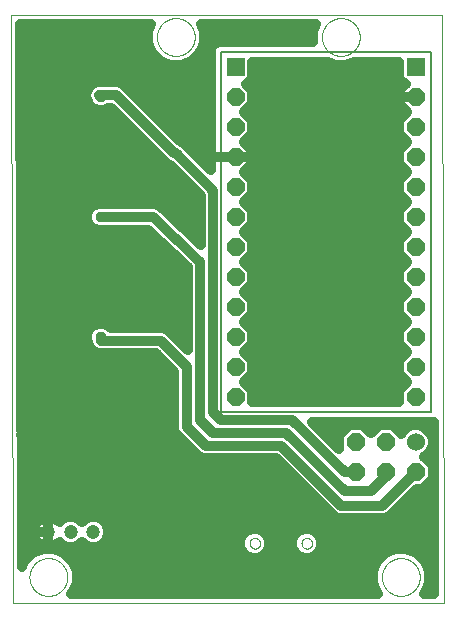
<source format=gbl>
G75*
%MOIN*%
%OFA0B0*%
%FSLAX25Y25*%
%IPPOS*%
%LPD*%
%AMOC8*
5,1,8,0,0,1.08239X$1,22.5*
%
%ADD10C,0.00000*%
%ADD11C,0.00500*%
%ADD12R,0.05906X0.05906*%
%ADD13OC8,0.05906*%
%ADD14C,0.06000*%
%ADD15OC8,0.06000*%
%ADD16C,0.04724*%
%ADD17C,0.03762*%
%ADD18C,0.03200*%
D10*
X0004925Y0005550D02*
X0004300Y0201761D01*
X0148001Y0201761D01*
X0148626Y0005550D01*
X0004925Y0005550D01*
X0010501Y0014300D02*
X0010503Y0014458D01*
X0010509Y0014616D01*
X0010519Y0014774D01*
X0010533Y0014932D01*
X0010551Y0015089D01*
X0010572Y0015246D01*
X0010598Y0015402D01*
X0010628Y0015558D01*
X0010661Y0015713D01*
X0010699Y0015866D01*
X0010740Y0016019D01*
X0010785Y0016171D01*
X0010834Y0016322D01*
X0010887Y0016471D01*
X0010943Y0016619D01*
X0011003Y0016765D01*
X0011067Y0016910D01*
X0011135Y0017053D01*
X0011206Y0017195D01*
X0011280Y0017335D01*
X0011358Y0017472D01*
X0011440Y0017608D01*
X0011524Y0017742D01*
X0011613Y0017873D01*
X0011704Y0018002D01*
X0011799Y0018129D01*
X0011896Y0018254D01*
X0011997Y0018376D01*
X0012101Y0018495D01*
X0012208Y0018612D01*
X0012318Y0018726D01*
X0012431Y0018837D01*
X0012546Y0018946D01*
X0012664Y0019051D01*
X0012785Y0019153D01*
X0012908Y0019253D01*
X0013034Y0019349D01*
X0013162Y0019442D01*
X0013292Y0019532D01*
X0013425Y0019618D01*
X0013560Y0019702D01*
X0013696Y0019781D01*
X0013835Y0019858D01*
X0013976Y0019930D01*
X0014118Y0020000D01*
X0014262Y0020065D01*
X0014408Y0020127D01*
X0014555Y0020185D01*
X0014704Y0020240D01*
X0014854Y0020291D01*
X0015005Y0020338D01*
X0015157Y0020381D01*
X0015310Y0020420D01*
X0015465Y0020456D01*
X0015620Y0020487D01*
X0015776Y0020515D01*
X0015932Y0020539D01*
X0016089Y0020559D01*
X0016247Y0020575D01*
X0016404Y0020587D01*
X0016563Y0020595D01*
X0016721Y0020599D01*
X0016879Y0020599D01*
X0017037Y0020595D01*
X0017196Y0020587D01*
X0017353Y0020575D01*
X0017511Y0020559D01*
X0017668Y0020539D01*
X0017824Y0020515D01*
X0017980Y0020487D01*
X0018135Y0020456D01*
X0018290Y0020420D01*
X0018443Y0020381D01*
X0018595Y0020338D01*
X0018746Y0020291D01*
X0018896Y0020240D01*
X0019045Y0020185D01*
X0019192Y0020127D01*
X0019338Y0020065D01*
X0019482Y0020000D01*
X0019624Y0019930D01*
X0019765Y0019858D01*
X0019904Y0019781D01*
X0020040Y0019702D01*
X0020175Y0019618D01*
X0020308Y0019532D01*
X0020438Y0019442D01*
X0020566Y0019349D01*
X0020692Y0019253D01*
X0020815Y0019153D01*
X0020936Y0019051D01*
X0021054Y0018946D01*
X0021169Y0018837D01*
X0021282Y0018726D01*
X0021392Y0018612D01*
X0021499Y0018495D01*
X0021603Y0018376D01*
X0021704Y0018254D01*
X0021801Y0018129D01*
X0021896Y0018002D01*
X0021987Y0017873D01*
X0022076Y0017742D01*
X0022160Y0017608D01*
X0022242Y0017472D01*
X0022320Y0017335D01*
X0022394Y0017195D01*
X0022465Y0017053D01*
X0022533Y0016910D01*
X0022597Y0016765D01*
X0022657Y0016619D01*
X0022713Y0016471D01*
X0022766Y0016322D01*
X0022815Y0016171D01*
X0022860Y0016019D01*
X0022901Y0015866D01*
X0022939Y0015713D01*
X0022972Y0015558D01*
X0023002Y0015402D01*
X0023028Y0015246D01*
X0023049Y0015089D01*
X0023067Y0014932D01*
X0023081Y0014774D01*
X0023091Y0014616D01*
X0023097Y0014458D01*
X0023099Y0014300D01*
X0023097Y0014142D01*
X0023091Y0013984D01*
X0023081Y0013826D01*
X0023067Y0013668D01*
X0023049Y0013511D01*
X0023028Y0013354D01*
X0023002Y0013198D01*
X0022972Y0013042D01*
X0022939Y0012887D01*
X0022901Y0012734D01*
X0022860Y0012581D01*
X0022815Y0012429D01*
X0022766Y0012278D01*
X0022713Y0012129D01*
X0022657Y0011981D01*
X0022597Y0011835D01*
X0022533Y0011690D01*
X0022465Y0011547D01*
X0022394Y0011405D01*
X0022320Y0011265D01*
X0022242Y0011128D01*
X0022160Y0010992D01*
X0022076Y0010858D01*
X0021987Y0010727D01*
X0021896Y0010598D01*
X0021801Y0010471D01*
X0021704Y0010346D01*
X0021603Y0010224D01*
X0021499Y0010105D01*
X0021392Y0009988D01*
X0021282Y0009874D01*
X0021169Y0009763D01*
X0021054Y0009654D01*
X0020936Y0009549D01*
X0020815Y0009447D01*
X0020692Y0009347D01*
X0020566Y0009251D01*
X0020438Y0009158D01*
X0020308Y0009068D01*
X0020175Y0008982D01*
X0020040Y0008898D01*
X0019904Y0008819D01*
X0019765Y0008742D01*
X0019624Y0008670D01*
X0019482Y0008600D01*
X0019338Y0008535D01*
X0019192Y0008473D01*
X0019045Y0008415D01*
X0018896Y0008360D01*
X0018746Y0008309D01*
X0018595Y0008262D01*
X0018443Y0008219D01*
X0018290Y0008180D01*
X0018135Y0008144D01*
X0017980Y0008113D01*
X0017824Y0008085D01*
X0017668Y0008061D01*
X0017511Y0008041D01*
X0017353Y0008025D01*
X0017196Y0008013D01*
X0017037Y0008005D01*
X0016879Y0008001D01*
X0016721Y0008001D01*
X0016563Y0008005D01*
X0016404Y0008013D01*
X0016247Y0008025D01*
X0016089Y0008041D01*
X0015932Y0008061D01*
X0015776Y0008085D01*
X0015620Y0008113D01*
X0015465Y0008144D01*
X0015310Y0008180D01*
X0015157Y0008219D01*
X0015005Y0008262D01*
X0014854Y0008309D01*
X0014704Y0008360D01*
X0014555Y0008415D01*
X0014408Y0008473D01*
X0014262Y0008535D01*
X0014118Y0008600D01*
X0013976Y0008670D01*
X0013835Y0008742D01*
X0013696Y0008819D01*
X0013560Y0008898D01*
X0013425Y0008982D01*
X0013292Y0009068D01*
X0013162Y0009158D01*
X0013034Y0009251D01*
X0012908Y0009347D01*
X0012785Y0009447D01*
X0012664Y0009549D01*
X0012546Y0009654D01*
X0012431Y0009763D01*
X0012318Y0009874D01*
X0012208Y0009988D01*
X0012101Y0010105D01*
X0011997Y0010224D01*
X0011896Y0010346D01*
X0011799Y0010471D01*
X0011704Y0010598D01*
X0011613Y0010727D01*
X0011524Y0010858D01*
X0011440Y0010992D01*
X0011358Y0011128D01*
X0011280Y0011265D01*
X0011206Y0011405D01*
X0011135Y0011547D01*
X0011067Y0011690D01*
X0011003Y0011835D01*
X0010943Y0011981D01*
X0010887Y0012129D01*
X0010834Y0012278D01*
X0010785Y0012429D01*
X0010740Y0012581D01*
X0010699Y0012734D01*
X0010661Y0012887D01*
X0010628Y0013042D01*
X0010598Y0013198D01*
X0010572Y0013354D01*
X0010551Y0013511D01*
X0010533Y0013668D01*
X0010519Y0013826D01*
X0010509Y0013984D01*
X0010503Y0014142D01*
X0010501Y0014300D01*
X0083867Y0025550D02*
X0083869Y0025634D01*
X0083875Y0025717D01*
X0083885Y0025800D01*
X0083899Y0025883D01*
X0083916Y0025965D01*
X0083938Y0026046D01*
X0083963Y0026125D01*
X0083992Y0026204D01*
X0084025Y0026281D01*
X0084061Y0026356D01*
X0084101Y0026430D01*
X0084144Y0026502D01*
X0084191Y0026571D01*
X0084241Y0026638D01*
X0084294Y0026703D01*
X0084350Y0026765D01*
X0084408Y0026825D01*
X0084470Y0026882D01*
X0084534Y0026935D01*
X0084601Y0026986D01*
X0084670Y0027033D01*
X0084741Y0027078D01*
X0084814Y0027118D01*
X0084889Y0027155D01*
X0084966Y0027189D01*
X0085044Y0027219D01*
X0085123Y0027245D01*
X0085204Y0027268D01*
X0085286Y0027286D01*
X0085368Y0027301D01*
X0085451Y0027312D01*
X0085534Y0027319D01*
X0085618Y0027322D01*
X0085702Y0027321D01*
X0085785Y0027316D01*
X0085869Y0027307D01*
X0085951Y0027294D01*
X0086033Y0027278D01*
X0086114Y0027257D01*
X0086195Y0027233D01*
X0086273Y0027205D01*
X0086351Y0027173D01*
X0086427Y0027137D01*
X0086501Y0027098D01*
X0086573Y0027056D01*
X0086643Y0027010D01*
X0086711Y0026961D01*
X0086776Y0026909D01*
X0086839Y0026854D01*
X0086899Y0026796D01*
X0086957Y0026735D01*
X0087011Y0026671D01*
X0087063Y0026605D01*
X0087111Y0026537D01*
X0087156Y0026466D01*
X0087197Y0026393D01*
X0087236Y0026319D01*
X0087270Y0026243D01*
X0087301Y0026165D01*
X0087328Y0026086D01*
X0087352Y0026005D01*
X0087371Y0025924D01*
X0087387Y0025842D01*
X0087399Y0025759D01*
X0087407Y0025675D01*
X0087411Y0025592D01*
X0087411Y0025508D01*
X0087407Y0025425D01*
X0087399Y0025341D01*
X0087387Y0025258D01*
X0087371Y0025176D01*
X0087352Y0025095D01*
X0087328Y0025014D01*
X0087301Y0024935D01*
X0087270Y0024857D01*
X0087236Y0024781D01*
X0087197Y0024707D01*
X0087156Y0024634D01*
X0087111Y0024563D01*
X0087063Y0024495D01*
X0087011Y0024429D01*
X0086957Y0024365D01*
X0086899Y0024304D01*
X0086839Y0024246D01*
X0086776Y0024191D01*
X0086711Y0024139D01*
X0086643Y0024090D01*
X0086573Y0024044D01*
X0086501Y0024002D01*
X0086427Y0023963D01*
X0086351Y0023927D01*
X0086273Y0023895D01*
X0086195Y0023867D01*
X0086114Y0023843D01*
X0086033Y0023822D01*
X0085951Y0023806D01*
X0085869Y0023793D01*
X0085785Y0023784D01*
X0085702Y0023779D01*
X0085618Y0023778D01*
X0085534Y0023781D01*
X0085451Y0023788D01*
X0085368Y0023799D01*
X0085286Y0023814D01*
X0085204Y0023832D01*
X0085123Y0023855D01*
X0085044Y0023881D01*
X0084966Y0023911D01*
X0084889Y0023945D01*
X0084814Y0023982D01*
X0084741Y0024022D01*
X0084670Y0024067D01*
X0084601Y0024114D01*
X0084534Y0024165D01*
X0084470Y0024218D01*
X0084408Y0024275D01*
X0084350Y0024335D01*
X0084294Y0024397D01*
X0084241Y0024462D01*
X0084191Y0024529D01*
X0084144Y0024598D01*
X0084101Y0024670D01*
X0084061Y0024744D01*
X0084025Y0024819D01*
X0083992Y0024896D01*
X0083963Y0024975D01*
X0083938Y0025054D01*
X0083916Y0025135D01*
X0083899Y0025217D01*
X0083885Y0025300D01*
X0083875Y0025383D01*
X0083869Y0025466D01*
X0083867Y0025550D01*
X0101189Y0025550D02*
X0101191Y0025634D01*
X0101197Y0025717D01*
X0101207Y0025800D01*
X0101221Y0025883D01*
X0101238Y0025965D01*
X0101260Y0026046D01*
X0101285Y0026125D01*
X0101314Y0026204D01*
X0101347Y0026281D01*
X0101383Y0026356D01*
X0101423Y0026430D01*
X0101466Y0026502D01*
X0101513Y0026571D01*
X0101563Y0026638D01*
X0101616Y0026703D01*
X0101672Y0026765D01*
X0101730Y0026825D01*
X0101792Y0026882D01*
X0101856Y0026935D01*
X0101923Y0026986D01*
X0101992Y0027033D01*
X0102063Y0027078D01*
X0102136Y0027118D01*
X0102211Y0027155D01*
X0102288Y0027189D01*
X0102366Y0027219D01*
X0102445Y0027245D01*
X0102526Y0027268D01*
X0102608Y0027286D01*
X0102690Y0027301D01*
X0102773Y0027312D01*
X0102856Y0027319D01*
X0102940Y0027322D01*
X0103024Y0027321D01*
X0103107Y0027316D01*
X0103191Y0027307D01*
X0103273Y0027294D01*
X0103355Y0027278D01*
X0103436Y0027257D01*
X0103517Y0027233D01*
X0103595Y0027205D01*
X0103673Y0027173D01*
X0103749Y0027137D01*
X0103823Y0027098D01*
X0103895Y0027056D01*
X0103965Y0027010D01*
X0104033Y0026961D01*
X0104098Y0026909D01*
X0104161Y0026854D01*
X0104221Y0026796D01*
X0104279Y0026735D01*
X0104333Y0026671D01*
X0104385Y0026605D01*
X0104433Y0026537D01*
X0104478Y0026466D01*
X0104519Y0026393D01*
X0104558Y0026319D01*
X0104592Y0026243D01*
X0104623Y0026165D01*
X0104650Y0026086D01*
X0104674Y0026005D01*
X0104693Y0025924D01*
X0104709Y0025842D01*
X0104721Y0025759D01*
X0104729Y0025675D01*
X0104733Y0025592D01*
X0104733Y0025508D01*
X0104729Y0025425D01*
X0104721Y0025341D01*
X0104709Y0025258D01*
X0104693Y0025176D01*
X0104674Y0025095D01*
X0104650Y0025014D01*
X0104623Y0024935D01*
X0104592Y0024857D01*
X0104558Y0024781D01*
X0104519Y0024707D01*
X0104478Y0024634D01*
X0104433Y0024563D01*
X0104385Y0024495D01*
X0104333Y0024429D01*
X0104279Y0024365D01*
X0104221Y0024304D01*
X0104161Y0024246D01*
X0104098Y0024191D01*
X0104033Y0024139D01*
X0103965Y0024090D01*
X0103895Y0024044D01*
X0103823Y0024002D01*
X0103749Y0023963D01*
X0103673Y0023927D01*
X0103595Y0023895D01*
X0103517Y0023867D01*
X0103436Y0023843D01*
X0103355Y0023822D01*
X0103273Y0023806D01*
X0103191Y0023793D01*
X0103107Y0023784D01*
X0103024Y0023779D01*
X0102940Y0023778D01*
X0102856Y0023781D01*
X0102773Y0023788D01*
X0102690Y0023799D01*
X0102608Y0023814D01*
X0102526Y0023832D01*
X0102445Y0023855D01*
X0102366Y0023881D01*
X0102288Y0023911D01*
X0102211Y0023945D01*
X0102136Y0023982D01*
X0102063Y0024022D01*
X0101992Y0024067D01*
X0101923Y0024114D01*
X0101856Y0024165D01*
X0101792Y0024218D01*
X0101730Y0024275D01*
X0101672Y0024335D01*
X0101616Y0024397D01*
X0101563Y0024462D01*
X0101513Y0024529D01*
X0101466Y0024598D01*
X0101423Y0024670D01*
X0101383Y0024744D01*
X0101347Y0024819D01*
X0101314Y0024896D01*
X0101285Y0024975D01*
X0101260Y0025054D01*
X0101238Y0025135D01*
X0101221Y0025217D01*
X0101207Y0025300D01*
X0101197Y0025383D01*
X0101191Y0025466D01*
X0101189Y0025550D01*
X0128001Y0014300D02*
X0128003Y0014458D01*
X0128009Y0014616D01*
X0128019Y0014774D01*
X0128033Y0014932D01*
X0128051Y0015089D01*
X0128072Y0015246D01*
X0128098Y0015402D01*
X0128128Y0015558D01*
X0128161Y0015713D01*
X0128199Y0015866D01*
X0128240Y0016019D01*
X0128285Y0016171D01*
X0128334Y0016322D01*
X0128387Y0016471D01*
X0128443Y0016619D01*
X0128503Y0016765D01*
X0128567Y0016910D01*
X0128635Y0017053D01*
X0128706Y0017195D01*
X0128780Y0017335D01*
X0128858Y0017472D01*
X0128940Y0017608D01*
X0129024Y0017742D01*
X0129113Y0017873D01*
X0129204Y0018002D01*
X0129299Y0018129D01*
X0129396Y0018254D01*
X0129497Y0018376D01*
X0129601Y0018495D01*
X0129708Y0018612D01*
X0129818Y0018726D01*
X0129931Y0018837D01*
X0130046Y0018946D01*
X0130164Y0019051D01*
X0130285Y0019153D01*
X0130408Y0019253D01*
X0130534Y0019349D01*
X0130662Y0019442D01*
X0130792Y0019532D01*
X0130925Y0019618D01*
X0131060Y0019702D01*
X0131196Y0019781D01*
X0131335Y0019858D01*
X0131476Y0019930D01*
X0131618Y0020000D01*
X0131762Y0020065D01*
X0131908Y0020127D01*
X0132055Y0020185D01*
X0132204Y0020240D01*
X0132354Y0020291D01*
X0132505Y0020338D01*
X0132657Y0020381D01*
X0132810Y0020420D01*
X0132965Y0020456D01*
X0133120Y0020487D01*
X0133276Y0020515D01*
X0133432Y0020539D01*
X0133589Y0020559D01*
X0133747Y0020575D01*
X0133904Y0020587D01*
X0134063Y0020595D01*
X0134221Y0020599D01*
X0134379Y0020599D01*
X0134537Y0020595D01*
X0134696Y0020587D01*
X0134853Y0020575D01*
X0135011Y0020559D01*
X0135168Y0020539D01*
X0135324Y0020515D01*
X0135480Y0020487D01*
X0135635Y0020456D01*
X0135790Y0020420D01*
X0135943Y0020381D01*
X0136095Y0020338D01*
X0136246Y0020291D01*
X0136396Y0020240D01*
X0136545Y0020185D01*
X0136692Y0020127D01*
X0136838Y0020065D01*
X0136982Y0020000D01*
X0137124Y0019930D01*
X0137265Y0019858D01*
X0137404Y0019781D01*
X0137540Y0019702D01*
X0137675Y0019618D01*
X0137808Y0019532D01*
X0137938Y0019442D01*
X0138066Y0019349D01*
X0138192Y0019253D01*
X0138315Y0019153D01*
X0138436Y0019051D01*
X0138554Y0018946D01*
X0138669Y0018837D01*
X0138782Y0018726D01*
X0138892Y0018612D01*
X0138999Y0018495D01*
X0139103Y0018376D01*
X0139204Y0018254D01*
X0139301Y0018129D01*
X0139396Y0018002D01*
X0139487Y0017873D01*
X0139576Y0017742D01*
X0139660Y0017608D01*
X0139742Y0017472D01*
X0139820Y0017335D01*
X0139894Y0017195D01*
X0139965Y0017053D01*
X0140033Y0016910D01*
X0140097Y0016765D01*
X0140157Y0016619D01*
X0140213Y0016471D01*
X0140266Y0016322D01*
X0140315Y0016171D01*
X0140360Y0016019D01*
X0140401Y0015866D01*
X0140439Y0015713D01*
X0140472Y0015558D01*
X0140502Y0015402D01*
X0140528Y0015246D01*
X0140549Y0015089D01*
X0140567Y0014932D01*
X0140581Y0014774D01*
X0140591Y0014616D01*
X0140597Y0014458D01*
X0140599Y0014300D01*
X0140597Y0014142D01*
X0140591Y0013984D01*
X0140581Y0013826D01*
X0140567Y0013668D01*
X0140549Y0013511D01*
X0140528Y0013354D01*
X0140502Y0013198D01*
X0140472Y0013042D01*
X0140439Y0012887D01*
X0140401Y0012734D01*
X0140360Y0012581D01*
X0140315Y0012429D01*
X0140266Y0012278D01*
X0140213Y0012129D01*
X0140157Y0011981D01*
X0140097Y0011835D01*
X0140033Y0011690D01*
X0139965Y0011547D01*
X0139894Y0011405D01*
X0139820Y0011265D01*
X0139742Y0011128D01*
X0139660Y0010992D01*
X0139576Y0010858D01*
X0139487Y0010727D01*
X0139396Y0010598D01*
X0139301Y0010471D01*
X0139204Y0010346D01*
X0139103Y0010224D01*
X0138999Y0010105D01*
X0138892Y0009988D01*
X0138782Y0009874D01*
X0138669Y0009763D01*
X0138554Y0009654D01*
X0138436Y0009549D01*
X0138315Y0009447D01*
X0138192Y0009347D01*
X0138066Y0009251D01*
X0137938Y0009158D01*
X0137808Y0009068D01*
X0137675Y0008982D01*
X0137540Y0008898D01*
X0137404Y0008819D01*
X0137265Y0008742D01*
X0137124Y0008670D01*
X0136982Y0008600D01*
X0136838Y0008535D01*
X0136692Y0008473D01*
X0136545Y0008415D01*
X0136396Y0008360D01*
X0136246Y0008309D01*
X0136095Y0008262D01*
X0135943Y0008219D01*
X0135790Y0008180D01*
X0135635Y0008144D01*
X0135480Y0008113D01*
X0135324Y0008085D01*
X0135168Y0008061D01*
X0135011Y0008041D01*
X0134853Y0008025D01*
X0134696Y0008013D01*
X0134537Y0008005D01*
X0134379Y0008001D01*
X0134221Y0008001D01*
X0134063Y0008005D01*
X0133904Y0008013D01*
X0133747Y0008025D01*
X0133589Y0008041D01*
X0133432Y0008061D01*
X0133276Y0008085D01*
X0133120Y0008113D01*
X0132965Y0008144D01*
X0132810Y0008180D01*
X0132657Y0008219D01*
X0132505Y0008262D01*
X0132354Y0008309D01*
X0132204Y0008360D01*
X0132055Y0008415D01*
X0131908Y0008473D01*
X0131762Y0008535D01*
X0131618Y0008600D01*
X0131476Y0008670D01*
X0131335Y0008742D01*
X0131196Y0008819D01*
X0131060Y0008898D01*
X0130925Y0008982D01*
X0130792Y0009068D01*
X0130662Y0009158D01*
X0130534Y0009251D01*
X0130408Y0009347D01*
X0130285Y0009447D01*
X0130164Y0009549D01*
X0130046Y0009654D01*
X0129931Y0009763D01*
X0129818Y0009874D01*
X0129708Y0009988D01*
X0129601Y0010105D01*
X0129497Y0010224D01*
X0129396Y0010346D01*
X0129299Y0010471D01*
X0129204Y0010598D01*
X0129113Y0010727D01*
X0129024Y0010858D01*
X0128940Y0010992D01*
X0128858Y0011128D01*
X0128780Y0011265D01*
X0128706Y0011405D01*
X0128635Y0011547D01*
X0128567Y0011690D01*
X0128503Y0011835D01*
X0128443Y0011981D01*
X0128387Y0012129D01*
X0128334Y0012278D01*
X0128285Y0012429D01*
X0128240Y0012581D01*
X0128199Y0012734D01*
X0128161Y0012887D01*
X0128128Y0013042D01*
X0128098Y0013198D01*
X0128072Y0013354D01*
X0128051Y0013511D01*
X0128033Y0013668D01*
X0128019Y0013826D01*
X0128009Y0013984D01*
X0128003Y0014142D01*
X0128001Y0014300D01*
X0108001Y0194300D02*
X0108003Y0194458D01*
X0108009Y0194616D01*
X0108019Y0194774D01*
X0108033Y0194932D01*
X0108051Y0195089D01*
X0108072Y0195246D01*
X0108098Y0195402D01*
X0108128Y0195558D01*
X0108161Y0195713D01*
X0108199Y0195866D01*
X0108240Y0196019D01*
X0108285Y0196171D01*
X0108334Y0196322D01*
X0108387Y0196471D01*
X0108443Y0196619D01*
X0108503Y0196765D01*
X0108567Y0196910D01*
X0108635Y0197053D01*
X0108706Y0197195D01*
X0108780Y0197335D01*
X0108858Y0197472D01*
X0108940Y0197608D01*
X0109024Y0197742D01*
X0109113Y0197873D01*
X0109204Y0198002D01*
X0109299Y0198129D01*
X0109396Y0198254D01*
X0109497Y0198376D01*
X0109601Y0198495D01*
X0109708Y0198612D01*
X0109818Y0198726D01*
X0109931Y0198837D01*
X0110046Y0198946D01*
X0110164Y0199051D01*
X0110285Y0199153D01*
X0110408Y0199253D01*
X0110534Y0199349D01*
X0110662Y0199442D01*
X0110792Y0199532D01*
X0110925Y0199618D01*
X0111060Y0199702D01*
X0111196Y0199781D01*
X0111335Y0199858D01*
X0111476Y0199930D01*
X0111618Y0200000D01*
X0111762Y0200065D01*
X0111908Y0200127D01*
X0112055Y0200185D01*
X0112204Y0200240D01*
X0112354Y0200291D01*
X0112505Y0200338D01*
X0112657Y0200381D01*
X0112810Y0200420D01*
X0112965Y0200456D01*
X0113120Y0200487D01*
X0113276Y0200515D01*
X0113432Y0200539D01*
X0113589Y0200559D01*
X0113747Y0200575D01*
X0113904Y0200587D01*
X0114063Y0200595D01*
X0114221Y0200599D01*
X0114379Y0200599D01*
X0114537Y0200595D01*
X0114696Y0200587D01*
X0114853Y0200575D01*
X0115011Y0200559D01*
X0115168Y0200539D01*
X0115324Y0200515D01*
X0115480Y0200487D01*
X0115635Y0200456D01*
X0115790Y0200420D01*
X0115943Y0200381D01*
X0116095Y0200338D01*
X0116246Y0200291D01*
X0116396Y0200240D01*
X0116545Y0200185D01*
X0116692Y0200127D01*
X0116838Y0200065D01*
X0116982Y0200000D01*
X0117124Y0199930D01*
X0117265Y0199858D01*
X0117404Y0199781D01*
X0117540Y0199702D01*
X0117675Y0199618D01*
X0117808Y0199532D01*
X0117938Y0199442D01*
X0118066Y0199349D01*
X0118192Y0199253D01*
X0118315Y0199153D01*
X0118436Y0199051D01*
X0118554Y0198946D01*
X0118669Y0198837D01*
X0118782Y0198726D01*
X0118892Y0198612D01*
X0118999Y0198495D01*
X0119103Y0198376D01*
X0119204Y0198254D01*
X0119301Y0198129D01*
X0119396Y0198002D01*
X0119487Y0197873D01*
X0119576Y0197742D01*
X0119660Y0197608D01*
X0119742Y0197472D01*
X0119820Y0197335D01*
X0119894Y0197195D01*
X0119965Y0197053D01*
X0120033Y0196910D01*
X0120097Y0196765D01*
X0120157Y0196619D01*
X0120213Y0196471D01*
X0120266Y0196322D01*
X0120315Y0196171D01*
X0120360Y0196019D01*
X0120401Y0195866D01*
X0120439Y0195713D01*
X0120472Y0195558D01*
X0120502Y0195402D01*
X0120528Y0195246D01*
X0120549Y0195089D01*
X0120567Y0194932D01*
X0120581Y0194774D01*
X0120591Y0194616D01*
X0120597Y0194458D01*
X0120599Y0194300D01*
X0120597Y0194142D01*
X0120591Y0193984D01*
X0120581Y0193826D01*
X0120567Y0193668D01*
X0120549Y0193511D01*
X0120528Y0193354D01*
X0120502Y0193198D01*
X0120472Y0193042D01*
X0120439Y0192887D01*
X0120401Y0192734D01*
X0120360Y0192581D01*
X0120315Y0192429D01*
X0120266Y0192278D01*
X0120213Y0192129D01*
X0120157Y0191981D01*
X0120097Y0191835D01*
X0120033Y0191690D01*
X0119965Y0191547D01*
X0119894Y0191405D01*
X0119820Y0191265D01*
X0119742Y0191128D01*
X0119660Y0190992D01*
X0119576Y0190858D01*
X0119487Y0190727D01*
X0119396Y0190598D01*
X0119301Y0190471D01*
X0119204Y0190346D01*
X0119103Y0190224D01*
X0118999Y0190105D01*
X0118892Y0189988D01*
X0118782Y0189874D01*
X0118669Y0189763D01*
X0118554Y0189654D01*
X0118436Y0189549D01*
X0118315Y0189447D01*
X0118192Y0189347D01*
X0118066Y0189251D01*
X0117938Y0189158D01*
X0117808Y0189068D01*
X0117675Y0188982D01*
X0117540Y0188898D01*
X0117404Y0188819D01*
X0117265Y0188742D01*
X0117124Y0188670D01*
X0116982Y0188600D01*
X0116838Y0188535D01*
X0116692Y0188473D01*
X0116545Y0188415D01*
X0116396Y0188360D01*
X0116246Y0188309D01*
X0116095Y0188262D01*
X0115943Y0188219D01*
X0115790Y0188180D01*
X0115635Y0188144D01*
X0115480Y0188113D01*
X0115324Y0188085D01*
X0115168Y0188061D01*
X0115011Y0188041D01*
X0114853Y0188025D01*
X0114696Y0188013D01*
X0114537Y0188005D01*
X0114379Y0188001D01*
X0114221Y0188001D01*
X0114063Y0188005D01*
X0113904Y0188013D01*
X0113747Y0188025D01*
X0113589Y0188041D01*
X0113432Y0188061D01*
X0113276Y0188085D01*
X0113120Y0188113D01*
X0112965Y0188144D01*
X0112810Y0188180D01*
X0112657Y0188219D01*
X0112505Y0188262D01*
X0112354Y0188309D01*
X0112204Y0188360D01*
X0112055Y0188415D01*
X0111908Y0188473D01*
X0111762Y0188535D01*
X0111618Y0188600D01*
X0111476Y0188670D01*
X0111335Y0188742D01*
X0111196Y0188819D01*
X0111060Y0188898D01*
X0110925Y0188982D01*
X0110792Y0189068D01*
X0110662Y0189158D01*
X0110534Y0189251D01*
X0110408Y0189347D01*
X0110285Y0189447D01*
X0110164Y0189549D01*
X0110046Y0189654D01*
X0109931Y0189763D01*
X0109818Y0189874D01*
X0109708Y0189988D01*
X0109601Y0190105D01*
X0109497Y0190224D01*
X0109396Y0190346D01*
X0109299Y0190471D01*
X0109204Y0190598D01*
X0109113Y0190727D01*
X0109024Y0190858D01*
X0108940Y0190992D01*
X0108858Y0191128D01*
X0108780Y0191265D01*
X0108706Y0191405D01*
X0108635Y0191547D01*
X0108567Y0191690D01*
X0108503Y0191835D01*
X0108443Y0191981D01*
X0108387Y0192129D01*
X0108334Y0192278D01*
X0108285Y0192429D01*
X0108240Y0192581D01*
X0108199Y0192734D01*
X0108161Y0192887D01*
X0108128Y0193042D01*
X0108098Y0193198D01*
X0108072Y0193354D01*
X0108051Y0193511D01*
X0108033Y0193668D01*
X0108019Y0193826D01*
X0108009Y0193984D01*
X0108003Y0194142D01*
X0108001Y0194300D01*
X0053001Y0194300D02*
X0053003Y0194458D01*
X0053009Y0194616D01*
X0053019Y0194774D01*
X0053033Y0194932D01*
X0053051Y0195089D01*
X0053072Y0195246D01*
X0053098Y0195402D01*
X0053128Y0195558D01*
X0053161Y0195713D01*
X0053199Y0195866D01*
X0053240Y0196019D01*
X0053285Y0196171D01*
X0053334Y0196322D01*
X0053387Y0196471D01*
X0053443Y0196619D01*
X0053503Y0196765D01*
X0053567Y0196910D01*
X0053635Y0197053D01*
X0053706Y0197195D01*
X0053780Y0197335D01*
X0053858Y0197472D01*
X0053940Y0197608D01*
X0054024Y0197742D01*
X0054113Y0197873D01*
X0054204Y0198002D01*
X0054299Y0198129D01*
X0054396Y0198254D01*
X0054497Y0198376D01*
X0054601Y0198495D01*
X0054708Y0198612D01*
X0054818Y0198726D01*
X0054931Y0198837D01*
X0055046Y0198946D01*
X0055164Y0199051D01*
X0055285Y0199153D01*
X0055408Y0199253D01*
X0055534Y0199349D01*
X0055662Y0199442D01*
X0055792Y0199532D01*
X0055925Y0199618D01*
X0056060Y0199702D01*
X0056196Y0199781D01*
X0056335Y0199858D01*
X0056476Y0199930D01*
X0056618Y0200000D01*
X0056762Y0200065D01*
X0056908Y0200127D01*
X0057055Y0200185D01*
X0057204Y0200240D01*
X0057354Y0200291D01*
X0057505Y0200338D01*
X0057657Y0200381D01*
X0057810Y0200420D01*
X0057965Y0200456D01*
X0058120Y0200487D01*
X0058276Y0200515D01*
X0058432Y0200539D01*
X0058589Y0200559D01*
X0058747Y0200575D01*
X0058904Y0200587D01*
X0059063Y0200595D01*
X0059221Y0200599D01*
X0059379Y0200599D01*
X0059537Y0200595D01*
X0059696Y0200587D01*
X0059853Y0200575D01*
X0060011Y0200559D01*
X0060168Y0200539D01*
X0060324Y0200515D01*
X0060480Y0200487D01*
X0060635Y0200456D01*
X0060790Y0200420D01*
X0060943Y0200381D01*
X0061095Y0200338D01*
X0061246Y0200291D01*
X0061396Y0200240D01*
X0061545Y0200185D01*
X0061692Y0200127D01*
X0061838Y0200065D01*
X0061982Y0200000D01*
X0062124Y0199930D01*
X0062265Y0199858D01*
X0062404Y0199781D01*
X0062540Y0199702D01*
X0062675Y0199618D01*
X0062808Y0199532D01*
X0062938Y0199442D01*
X0063066Y0199349D01*
X0063192Y0199253D01*
X0063315Y0199153D01*
X0063436Y0199051D01*
X0063554Y0198946D01*
X0063669Y0198837D01*
X0063782Y0198726D01*
X0063892Y0198612D01*
X0063999Y0198495D01*
X0064103Y0198376D01*
X0064204Y0198254D01*
X0064301Y0198129D01*
X0064396Y0198002D01*
X0064487Y0197873D01*
X0064576Y0197742D01*
X0064660Y0197608D01*
X0064742Y0197472D01*
X0064820Y0197335D01*
X0064894Y0197195D01*
X0064965Y0197053D01*
X0065033Y0196910D01*
X0065097Y0196765D01*
X0065157Y0196619D01*
X0065213Y0196471D01*
X0065266Y0196322D01*
X0065315Y0196171D01*
X0065360Y0196019D01*
X0065401Y0195866D01*
X0065439Y0195713D01*
X0065472Y0195558D01*
X0065502Y0195402D01*
X0065528Y0195246D01*
X0065549Y0195089D01*
X0065567Y0194932D01*
X0065581Y0194774D01*
X0065591Y0194616D01*
X0065597Y0194458D01*
X0065599Y0194300D01*
X0065597Y0194142D01*
X0065591Y0193984D01*
X0065581Y0193826D01*
X0065567Y0193668D01*
X0065549Y0193511D01*
X0065528Y0193354D01*
X0065502Y0193198D01*
X0065472Y0193042D01*
X0065439Y0192887D01*
X0065401Y0192734D01*
X0065360Y0192581D01*
X0065315Y0192429D01*
X0065266Y0192278D01*
X0065213Y0192129D01*
X0065157Y0191981D01*
X0065097Y0191835D01*
X0065033Y0191690D01*
X0064965Y0191547D01*
X0064894Y0191405D01*
X0064820Y0191265D01*
X0064742Y0191128D01*
X0064660Y0190992D01*
X0064576Y0190858D01*
X0064487Y0190727D01*
X0064396Y0190598D01*
X0064301Y0190471D01*
X0064204Y0190346D01*
X0064103Y0190224D01*
X0063999Y0190105D01*
X0063892Y0189988D01*
X0063782Y0189874D01*
X0063669Y0189763D01*
X0063554Y0189654D01*
X0063436Y0189549D01*
X0063315Y0189447D01*
X0063192Y0189347D01*
X0063066Y0189251D01*
X0062938Y0189158D01*
X0062808Y0189068D01*
X0062675Y0188982D01*
X0062540Y0188898D01*
X0062404Y0188819D01*
X0062265Y0188742D01*
X0062124Y0188670D01*
X0061982Y0188600D01*
X0061838Y0188535D01*
X0061692Y0188473D01*
X0061545Y0188415D01*
X0061396Y0188360D01*
X0061246Y0188309D01*
X0061095Y0188262D01*
X0060943Y0188219D01*
X0060790Y0188180D01*
X0060635Y0188144D01*
X0060480Y0188113D01*
X0060324Y0188085D01*
X0060168Y0188061D01*
X0060011Y0188041D01*
X0059853Y0188025D01*
X0059696Y0188013D01*
X0059537Y0188005D01*
X0059379Y0188001D01*
X0059221Y0188001D01*
X0059063Y0188005D01*
X0058904Y0188013D01*
X0058747Y0188025D01*
X0058589Y0188041D01*
X0058432Y0188061D01*
X0058276Y0188085D01*
X0058120Y0188113D01*
X0057965Y0188144D01*
X0057810Y0188180D01*
X0057657Y0188219D01*
X0057505Y0188262D01*
X0057354Y0188309D01*
X0057204Y0188360D01*
X0057055Y0188415D01*
X0056908Y0188473D01*
X0056762Y0188535D01*
X0056618Y0188600D01*
X0056476Y0188670D01*
X0056335Y0188742D01*
X0056196Y0188819D01*
X0056060Y0188898D01*
X0055925Y0188982D01*
X0055792Y0189068D01*
X0055662Y0189158D01*
X0055534Y0189251D01*
X0055408Y0189347D01*
X0055285Y0189447D01*
X0055164Y0189549D01*
X0055046Y0189654D01*
X0054931Y0189763D01*
X0054818Y0189874D01*
X0054708Y0189988D01*
X0054601Y0190105D01*
X0054497Y0190224D01*
X0054396Y0190346D01*
X0054299Y0190471D01*
X0054204Y0190598D01*
X0054113Y0190727D01*
X0054024Y0190858D01*
X0053940Y0190992D01*
X0053858Y0191128D01*
X0053780Y0191265D01*
X0053706Y0191405D01*
X0053635Y0191547D01*
X0053567Y0191690D01*
X0053503Y0191835D01*
X0053443Y0191981D01*
X0053387Y0192129D01*
X0053334Y0192278D01*
X0053285Y0192429D01*
X0053240Y0192581D01*
X0053199Y0192734D01*
X0053161Y0192887D01*
X0053128Y0193042D01*
X0053098Y0193198D01*
X0053072Y0193354D01*
X0053051Y0193511D01*
X0053033Y0193668D01*
X0053019Y0193826D01*
X0053009Y0193984D01*
X0053003Y0194142D01*
X0053001Y0194300D01*
D11*
X0074300Y0189300D02*
X0074300Y0069300D01*
X0144300Y0069300D01*
X0144300Y0189300D01*
X0074300Y0189300D01*
D12*
X0079300Y0184300D03*
X0139300Y0184300D03*
D13*
X0139300Y0174300D03*
X0139300Y0164300D03*
X0139300Y0154300D03*
X0139300Y0144300D03*
X0139300Y0134300D03*
X0139300Y0124300D03*
X0139300Y0114300D03*
X0139300Y0104300D03*
X0139300Y0094300D03*
X0139300Y0084300D03*
X0139300Y0074300D03*
X0079300Y0074300D03*
X0079300Y0084300D03*
X0079300Y0094300D03*
X0079300Y0104300D03*
X0079300Y0114300D03*
X0079300Y0124300D03*
X0079300Y0134300D03*
X0079300Y0144300D03*
X0079300Y0154300D03*
X0079300Y0164300D03*
X0079300Y0174300D03*
D14*
X0139300Y0059300D03*
D15*
X0139300Y0049300D03*
X0129300Y0049300D03*
X0129300Y0059300D03*
X0119300Y0059300D03*
X0119300Y0049300D03*
D16*
X0031800Y0029300D03*
X0024300Y0029300D03*
X0016800Y0029300D03*
D17*
X0033050Y0056800D03*
X0034300Y0094300D03*
X0050550Y0110550D03*
X0034300Y0134300D03*
X0048050Y0150550D03*
X0034300Y0174300D03*
X0014300Y0193050D03*
X0124300Y0029300D03*
X0053050Y0019300D03*
D18*
X0036007Y0026489D02*
X0036762Y0028313D01*
X0036762Y0030287D01*
X0036007Y0032111D01*
X0034611Y0033507D01*
X0032787Y0034262D01*
X0030813Y0034262D01*
X0028989Y0033507D01*
X0028050Y0032568D01*
X0027111Y0033507D01*
X0025287Y0034262D01*
X0023313Y0034262D01*
X0021489Y0033507D01*
X0020550Y0032568D01*
X0020033Y0033085D01*
X0019401Y0033544D01*
X0018705Y0033899D01*
X0017962Y0034140D01*
X0017191Y0034262D01*
X0016800Y0034262D01*
X0016800Y0029300D01*
X0016800Y0029300D01*
X0016800Y0034262D01*
X0016409Y0034262D01*
X0015638Y0034140D01*
X0014895Y0033899D01*
X0014199Y0033544D01*
X0013567Y0033085D01*
X0013015Y0032533D01*
X0012556Y0031901D01*
X0012201Y0031205D01*
X0011960Y0030462D01*
X0011838Y0029691D01*
X0011838Y0029300D01*
X0011838Y0028909D01*
X0011960Y0028138D01*
X0012201Y0027395D01*
X0012556Y0026699D01*
X0013015Y0026067D01*
X0013567Y0025515D01*
X0014199Y0025056D01*
X0014895Y0024701D01*
X0015638Y0024460D01*
X0016409Y0024338D01*
X0016800Y0024338D01*
X0017191Y0024338D01*
X0017962Y0024460D01*
X0018705Y0024701D01*
X0019401Y0025056D01*
X0020033Y0025515D01*
X0020550Y0026032D01*
X0021489Y0025093D01*
X0023313Y0024338D01*
X0025287Y0024338D01*
X0027111Y0025093D01*
X0028050Y0026032D01*
X0028989Y0025093D01*
X0030813Y0024338D01*
X0032787Y0024338D01*
X0034611Y0025093D01*
X0036007Y0026489D01*
X0035949Y0026432D02*
X0080767Y0026432D01*
X0080767Y0026519D02*
X0080767Y0024581D01*
X0081509Y0022790D01*
X0082879Y0021420D01*
X0084670Y0020678D01*
X0086608Y0020678D01*
X0088398Y0021420D01*
X0089769Y0022790D01*
X0090510Y0024581D01*
X0090510Y0026519D01*
X0089769Y0028310D01*
X0088398Y0029680D01*
X0086608Y0030422D01*
X0084670Y0030422D01*
X0082879Y0029680D01*
X0081509Y0028310D01*
X0080767Y0026519D01*
X0081325Y0023233D02*
X0019795Y0023233D01*
X0018670Y0023699D02*
X0022124Y0022268D01*
X0024768Y0019624D01*
X0026199Y0016170D01*
X0026199Y0012430D01*
X0024768Y0008976D01*
X0024442Y0008650D01*
X0126658Y0008650D01*
X0126332Y0008976D01*
X0124901Y0012430D01*
X0124901Y0016170D01*
X0126332Y0019624D01*
X0128976Y0022268D01*
X0132430Y0023699D01*
X0136170Y0023699D01*
X0139624Y0022268D01*
X0142268Y0019624D01*
X0143699Y0016170D01*
X0143699Y0012430D01*
X0142268Y0008976D01*
X0141942Y0008650D01*
X0145516Y0008650D01*
X0145333Y0066102D01*
X0144966Y0065950D01*
X0104840Y0065950D01*
X0113700Y0057090D01*
X0113700Y0061620D01*
X0116980Y0064900D01*
X0121620Y0064900D01*
X0124300Y0062220D01*
X0126980Y0064900D01*
X0131620Y0064900D01*
X0134405Y0062115D01*
X0134553Y0062472D01*
X0136128Y0064047D01*
X0138186Y0064900D01*
X0140414Y0064900D01*
X0142472Y0064047D01*
X0144047Y0062472D01*
X0144900Y0060414D01*
X0144900Y0058186D01*
X0144047Y0056128D01*
X0142472Y0054553D01*
X0142115Y0054405D01*
X0144900Y0051620D01*
X0144900Y0046980D01*
X0141620Y0043700D01*
X0139640Y0043700D01*
X0131611Y0035671D01*
X0130429Y0034489D01*
X0128885Y0033850D01*
X0113465Y0033850D01*
X0111921Y0034489D01*
X0092560Y0053850D01*
X0068465Y0053850D01*
X0066921Y0054489D01*
X0065739Y0055671D01*
X0065739Y0055671D01*
X0060671Y0060739D01*
X0060671Y0060739D01*
X0059489Y0061921D01*
X0058850Y0063465D01*
X0058850Y0082560D01*
X0052560Y0088850D01*
X0033465Y0088850D01*
X0031921Y0089489D01*
X0030739Y0090671D01*
X0030100Y0092215D01*
X0030100Y0092730D01*
X0029819Y0093409D01*
X0029819Y0095191D01*
X0030501Y0096838D01*
X0031762Y0098099D01*
X0033409Y0098781D01*
X0035191Y0098781D01*
X0036838Y0098099D01*
X0037687Y0097250D01*
X0055135Y0097250D01*
X0056679Y0096611D01*
X0057861Y0095429D01*
X0057861Y0095429D01*
X0063225Y0090065D01*
X0063225Y0117510D01*
X0050110Y0130100D01*
X0035870Y0130100D01*
X0035191Y0129819D01*
X0033409Y0129819D01*
X0031762Y0130501D01*
X0030501Y0131762D01*
X0029819Y0133409D01*
X0029819Y0135191D01*
X0030501Y0136838D01*
X0031762Y0138099D01*
X0033409Y0138781D01*
X0035191Y0138781D01*
X0035870Y0138500D01*
X0051757Y0138500D01*
X0052550Y0138516D01*
X0052591Y0138500D01*
X0052635Y0138500D01*
X0053368Y0138197D01*
X0054106Y0137908D01*
X0054138Y0137878D01*
X0054179Y0137861D01*
X0054740Y0137300D01*
X0067600Y0124954D01*
X0067600Y0141310D01*
X0057332Y0151579D01*
X0056340Y0151989D01*
X0037560Y0170769D01*
X0037107Y0170769D01*
X0036838Y0170501D01*
X0035191Y0169819D01*
X0033409Y0169819D01*
X0031762Y0170501D01*
X0030501Y0171762D01*
X0030098Y0172734D01*
X0029999Y0172848D01*
X0029782Y0173499D01*
X0029519Y0174134D01*
X0029519Y0174287D01*
X0029471Y0174433D01*
X0029519Y0175118D01*
X0029519Y0175805D01*
X0029578Y0175946D01*
X0029589Y0176100D01*
X0029896Y0176714D01*
X0030159Y0177348D01*
X0030267Y0177457D01*
X0030336Y0177594D01*
X0030855Y0178044D01*
X0031340Y0178530D01*
X0031482Y0178589D01*
X0031598Y0178689D01*
X0032249Y0178906D01*
X0032884Y0179169D01*
X0033037Y0179169D01*
X0033183Y0179218D01*
X0033868Y0179169D01*
X0040135Y0179169D01*
X0041679Y0178530D01*
X0042861Y0177348D01*
X0060688Y0159521D01*
X0061679Y0159111D01*
X0062861Y0157929D01*
X0070950Y0149840D01*
X0070950Y0189966D01*
X0071460Y0191198D01*
X0072402Y0192140D01*
X0073634Y0192650D01*
X0104901Y0192650D01*
X0104901Y0196170D01*
X0105933Y0198661D01*
X0067667Y0198661D01*
X0068699Y0196170D01*
X0068699Y0192430D01*
X0067268Y0188976D01*
X0064624Y0186332D01*
X0061170Y0184901D01*
X0057430Y0184901D01*
X0053976Y0186332D01*
X0051332Y0188976D01*
X0049901Y0192430D01*
X0049901Y0196170D01*
X0050933Y0198661D01*
X0007410Y0198661D01*
X0007987Y0017584D01*
X0008832Y0019624D01*
X0011476Y0022268D01*
X0014930Y0023699D01*
X0018670Y0023699D01*
X0016800Y0024338D02*
X0016800Y0029300D01*
X0016800Y0029300D01*
X0016800Y0029300D01*
X0011838Y0029300D01*
X0016800Y0029300D01*
X0016800Y0024338D01*
X0016800Y0026432D02*
X0016800Y0026432D01*
X0016800Y0029630D02*
X0016800Y0029630D01*
X0016800Y0032829D02*
X0016800Y0032829D01*
X0020289Y0032829D02*
X0020811Y0032829D01*
X0013805Y0023233D02*
X0007969Y0023233D01*
X0007958Y0026432D02*
X0012750Y0026432D01*
X0011838Y0029630D02*
X0007948Y0029630D01*
X0007938Y0032829D02*
X0013311Y0032829D01*
X0007928Y0036027D02*
X0110383Y0036027D01*
X0107185Y0039226D02*
X0007918Y0039226D01*
X0007908Y0042424D02*
X0103986Y0042424D01*
X0100788Y0045623D02*
X0007897Y0045623D01*
X0007887Y0048821D02*
X0097589Y0048821D01*
X0094391Y0052020D02*
X0007877Y0052020D01*
X0007867Y0055218D02*
X0066192Y0055218D01*
X0069300Y0058050D02*
X0063050Y0064300D01*
X0063050Y0084300D01*
X0054300Y0093050D01*
X0034300Y0093050D01*
X0034300Y0094300D01*
X0030485Y0096799D02*
X0007734Y0096799D01*
X0007724Y0099997D02*
X0063225Y0099997D01*
X0063225Y0096799D02*
X0056225Y0096799D01*
X0059689Y0093600D02*
X0063225Y0093600D01*
X0063225Y0090402D02*
X0062888Y0090402D01*
X0057406Y0084005D02*
X0007775Y0084005D01*
X0007765Y0087203D02*
X0054207Y0087203D01*
X0058850Y0080806D02*
X0007785Y0080806D01*
X0007795Y0077608D02*
X0058850Y0077608D01*
X0058850Y0074409D02*
X0007806Y0074409D01*
X0007816Y0071211D02*
X0058850Y0071211D01*
X0058850Y0068012D02*
X0007826Y0068012D01*
X0007836Y0064814D02*
X0058850Y0064814D01*
X0059795Y0061615D02*
X0007846Y0061615D01*
X0007857Y0058417D02*
X0062994Y0058417D01*
X0069300Y0058050D02*
X0094300Y0058050D01*
X0114300Y0038050D01*
X0128050Y0038050D01*
X0139300Y0049300D01*
X0143542Y0045623D02*
X0145398Y0045623D01*
X0145408Y0042424D02*
X0138364Y0042424D01*
X0135165Y0039226D02*
X0145419Y0039226D01*
X0145429Y0036027D02*
X0131967Y0036027D01*
X0124300Y0043050D02*
X0115550Y0043050D01*
X0096175Y0062425D01*
X0071800Y0062425D01*
X0067425Y0066800D01*
X0067425Y0119300D01*
X0051800Y0134300D01*
X0034300Y0134300D01*
X0032439Y0138379D02*
X0007602Y0138379D01*
X0007592Y0141578D02*
X0067332Y0141578D01*
X0067600Y0138379D02*
X0052927Y0138379D01*
X0056947Y0135181D02*
X0067600Y0135181D01*
X0067600Y0131982D02*
X0060279Y0131982D01*
X0063611Y0128784D02*
X0067600Y0128784D01*
X0067600Y0125585D02*
X0066942Y0125585D01*
X0061477Y0119188D02*
X0007663Y0119188D01*
X0007653Y0122387D02*
X0058145Y0122387D01*
X0054813Y0125585D02*
X0007643Y0125585D01*
X0007632Y0128784D02*
X0051481Y0128784D01*
X0063225Y0115990D02*
X0007673Y0115990D01*
X0007683Y0112791D02*
X0063225Y0112791D01*
X0063225Y0109593D02*
X0007694Y0109593D01*
X0007704Y0106394D02*
X0063225Y0106394D01*
X0063225Y0103196D02*
X0007714Y0103196D01*
X0007745Y0093600D02*
X0029819Y0093600D01*
X0031009Y0090402D02*
X0007755Y0090402D01*
X0007622Y0131982D02*
X0030410Y0131982D01*
X0029819Y0135181D02*
X0007612Y0135181D01*
X0007582Y0144776D02*
X0064134Y0144776D01*
X0060935Y0147975D02*
X0007571Y0147975D01*
X0007561Y0151173D02*
X0057737Y0151173D01*
X0058719Y0155550D02*
X0039300Y0174969D01*
X0033719Y0174969D01*
X0034300Y0174300D01*
X0036509Y0170365D02*
X0037965Y0170365D01*
X0041164Y0167166D02*
X0007510Y0167166D01*
X0007500Y0170365D02*
X0032091Y0170365D01*
X0029756Y0173563D02*
X0007490Y0173563D01*
X0007480Y0176762D02*
X0029916Y0176762D01*
X0043447Y0176762D02*
X0070950Y0176762D01*
X0070950Y0173563D02*
X0046646Y0173563D01*
X0049844Y0170365D02*
X0070950Y0170365D01*
X0070950Y0167166D02*
X0053043Y0167166D01*
X0056241Y0163968D02*
X0070950Y0163968D01*
X0070950Y0160769D02*
X0059440Y0160769D01*
X0063219Y0157570D02*
X0070950Y0157570D01*
X0070950Y0154372D02*
X0066418Y0154372D01*
X0068050Y0154300D02*
X0079300Y0154300D01*
X0084853Y0154300D01*
X0084853Y0156600D01*
X0082153Y0159300D01*
X0084853Y0162000D01*
X0084853Y0166600D01*
X0082153Y0169300D01*
X0084853Y0172000D01*
X0084853Y0176600D01*
X0082705Y0178747D01*
X0082770Y0178747D01*
X0083726Y0179143D01*
X0084457Y0179874D01*
X0084853Y0180830D01*
X0084853Y0185950D01*
X0109897Y0185950D01*
X0112430Y0184901D01*
X0116170Y0184901D01*
X0118703Y0185950D01*
X0133747Y0185950D01*
X0133747Y0180830D01*
X0134143Y0179874D01*
X0134874Y0179143D01*
X0135830Y0178747D01*
X0135894Y0178747D01*
X0133747Y0176600D01*
X0133747Y0174300D01*
X0133747Y0172000D01*
X0136447Y0169300D01*
X0133747Y0166600D01*
X0133747Y0162000D01*
X0136447Y0159300D01*
X0133747Y0156600D01*
X0133747Y0152000D01*
X0136447Y0149300D01*
X0133747Y0146600D01*
X0133747Y0142000D01*
X0136447Y0139300D01*
X0133747Y0136600D01*
X0133747Y0132000D01*
X0136447Y0129300D01*
X0133747Y0126600D01*
X0133747Y0122000D01*
X0136447Y0119300D01*
X0133747Y0116600D01*
X0133747Y0112000D01*
X0136447Y0109300D01*
X0133747Y0106600D01*
X0133747Y0102000D01*
X0136447Y0099300D01*
X0133747Y0096600D01*
X0133747Y0092000D01*
X0136447Y0089300D01*
X0133747Y0086600D01*
X0133747Y0082000D01*
X0136447Y0079300D01*
X0133747Y0076600D01*
X0133747Y0072650D01*
X0084853Y0072650D01*
X0084853Y0076600D01*
X0082153Y0079300D01*
X0084853Y0082000D01*
X0084853Y0086600D01*
X0082153Y0089300D01*
X0084853Y0092000D01*
X0084853Y0096600D01*
X0082153Y0099300D01*
X0084853Y0102000D01*
X0084853Y0106600D01*
X0082153Y0109300D01*
X0084853Y0112000D01*
X0084853Y0116600D01*
X0082153Y0119300D01*
X0084853Y0122000D01*
X0084853Y0126600D01*
X0082153Y0129300D01*
X0084853Y0132000D01*
X0084853Y0136600D01*
X0082153Y0139300D01*
X0084853Y0142000D01*
X0084853Y0146600D01*
X0082153Y0149300D01*
X0084853Y0152000D01*
X0084853Y0154300D01*
X0079300Y0154300D01*
X0079300Y0154300D01*
X0084853Y0154372D02*
X0133747Y0154372D01*
X0134718Y0157570D02*
X0083882Y0157570D01*
X0083622Y0160769D02*
X0134978Y0160769D01*
X0133747Y0163968D02*
X0084853Y0163968D01*
X0084287Y0167166D02*
X0134313Y0167166D01*
X0135383Y0170365D02*
X0083217Y0170365D01*
X0084853Y0173563D02*
X0133747Y0173563D01*
X0133747Y0174300D02*
X0139300Y0174300D01*
X0139300Y0174300D01*
X0133747Y0174300D01*
X0133909Y0176762D02*
X0084691Y0176762D01*
X0084492Y0179960D02*
X0134108Y0179960D01*
X0133747Y0183159D02*
X0084853Y0183159D01*
X0070950Y0183159D02*
X0007459Y0183159D01*
X0007469Y0179960D02*
X0070950Y0179960D01*
X0070950Y0186357D02*
X0064650Y0186357D01*
X0067508Y0189556D02*
X0070950Y0189556D01*
X0068699Y0192754D02*
X0104901Y0192754D01*
X0104901Y0195953D02*
X0068699Y0195953D01*
X0053950Y0186357D02*
X0007449Y0186357D01*
X0007439Y0189556D02*
X0051092Y0189556D01*
X0049901Y0192754D02*
X0007429Y0192754D01*
X0007419Y0195953D02*
X0049901Y0195953D01*
X0044362Y0163968D02*
X0007520Y0163968D01*
X0007531Y0160769D02*
X0047561Y0160769D01*
X0050759Y0157570D02*
X0007541Y0157570D01*
X0007551Y0154372D02*
X0053958Y0154372D01*
X0058719Y0155550D02*
X0059300Y0155550D01*
X0071800Y0143050D01*
X0071800Y0069300D01*
X0074300Y0066800D01*
X0098050Y0066800D01*
X0115550Y0049300D01*
X0119300Y0049300D01*
X0124300Y0043050D02*
X0129300Y0048050D01*
X0129300Y0049300D01*
X0126894Y0064814D02*
X0121706Y0064814D01*
X0116894Y0064814D02*
X0105976Y0064814D01*
X0109175Y0061615D02*
X0113700Y0061615D01*
X0113700Y0058417D02*
X0112373Y0058417D01*
X0131706Y0064814D02*
X0137978Y0064814D01*
X0140622Y0064814D02*
X0145337Y0064814D01*
X0145347Y0061615D02*
X0144402Y0061615D01*
X0144900Y0058417D02*
X0145357Y0058417D01*
X0145368Y0055218D02*
X0143138Y0055218D01*
X0144500Y0052020D02*
X0145378Y0052020D01*
X0145388Y0048821D02*
X0144900Y0048821D01*
X0145439Y0032829D02*
X0035289Y0032829D01*
X0036762Y0029630D02*
X0082829Y0029630D01*
X0088448Y0029630D02*
X0100152Y0029630D01*
X0100202Y0029680D02*
X0098831Y0028310D01*
X0098090Y0026519D01*
X0098090Y0024581D01*
X0098831Y0022790D01*
X0100202Y0021420D01*
X0101992Y0020678D01*
X0103930Y0020678D01*
X0105721Y0021420D01*
X0107091Y0022790D01*
X0107833Y0024581D01*
X0107833Y0026519D01*
X0107091Y0028310D01*
X0105721Y0029680D01*
X0103930Y0030422D01*
X0101992Y0030422D01*
X0100202Y0029680D01*
X0098090Y0026432D02*
X0090510Y0026432D01*
X0089952Y0023233D02*
X0098648Y0023233D01*
X0105771Y0029630D02*
X0145449Y0029630D01*
X0145459Y0026432D02*
X0107833Y0026432D01*
X0107275Y0023233D02*
X0131305Y0023233D01*
X0126742Y0020034D02*
X0024358Y0020034D01*
X0025923Y0016836D02*
X0125177Y0016836D01*
X0124901Y0013637D02*
X0026199Y0013637D01*
X0025374Y0010439D02*
X0125726Y0010439D01*
X0137295Y0023233D02*
X0145469Y0023233D01*
X0145480Y0020034D02*
X0141858Y0020034D01*
X0143423Y0016836D02*
X0145490Y0016836D01*
X0145500Y0013637D02*
X0143699Y0013637D01*
X0142874Y0010439D02*
X0145510Y0010439D01*
X0133747Y0074409D02*
X0084853Y0074409D01*
X0083845Y0077608D02*
X0134755Y0077608D01*
X0134941Y0080806D02*
X0083659Y0080806D01*
X0084853Y0084005D02*
X0133747Y0084005D01*
X0134350Y0087203D02*
X0084250Y0087203D01*
X0083255Y0090402D02*
X0135345Y0090402D01*
X0133747Y0093600D02*
X0084853Y0093600D01*
X0084654Y0096799D02*
X0133946Y0096799D01*
X0135750Y0099997D02*
X0082850Y0099997D01*
X0084853Y0103196D02*
X0133747Y0103196D01*
X0133747Y0106394D02*
X0084853Y0106394D01*
X0082446Y0109593D02*
X0136154Y0109593D01*
X0133747Y0112791D02*
X0084853Y0112791D01*
X0084853Y0115990D02*
X0133747Y0115990D01*
X0136336Y0119188D02*
X0082264Y0119188D01*
X0084853Y0122387D02*
X0133747Y0122387D01*
X0133747Y0125585D02*
X0084853Y0125585D01*
X0082669Y0128784D02*
X0135931Y0128784D01*
X0133765Y0131982D02*
X0084835Y0131982D01*
X0084853Y0135181D02*
X0133747Y0135181D01*
X0135527Y0138379D02*
X0083073Y0138379D01*
X0084431Y0141578D02*
X0134169Y0141578D01*
X0133747Y0144776D02*
X0084853Y0144776D01*
X0083478Y0147975D02*
X0135122Y0147975D01*
X0134574Y0151173D02*
X0084026Y0151173D01*
X0070950Y0151173D02*
X0069616Y0151173D01*
X0028311Y0032829D02*
X0027789Y0032829D01*
X0009242Y0020034D02*
X0007979Y0020034D01*
M02*

</source>
